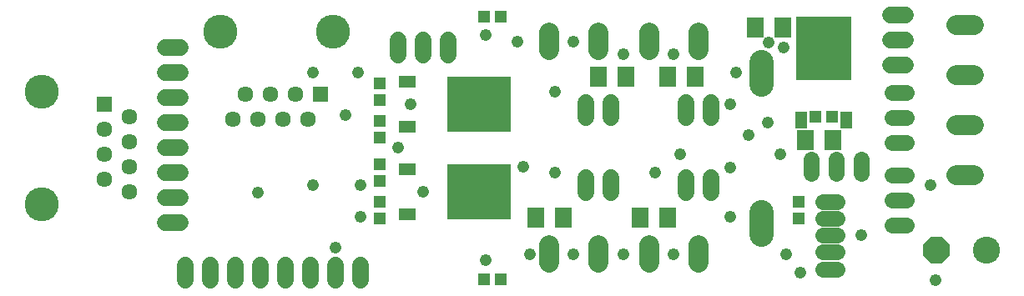
<source format=gbs>
G75*
%MOIN*%
%OFA0B0*%
%FSLAX24Y24*%
%IPPOS*%
%LPD*%
%AMOC8*
5,1,8,0,0,1.08239X$1,22.5*
%
%ADD10C,0.1080*%
%ADD11OC8,0.1080*%
%ADD12R,0.0710X0.0789*%
%ADD13C,0.0965*%
%ADD14C,0.0640*%
%ADD15C,0.0680*%
%ADD16R,0.0513X0.0474*%
%ADD17R,0.0474X0.0513*%
%ADD18R,0.2521X0.2206*%
%ADD19R,0.0710X0.0474*%
%ADD20C,0.0634*%
%ADD21R,0.0634X0.0634*%
%ADD22C,0.1360*%
%ADD23C,0.0785*%
%ADD24C,0.0634*%
%ADD25R,0.2206X0.2521*%
%ADD26R,0.0474X0.0710*%
%ADD27C,0.0476*%
D10*
X040954Y002283D03*
D11*
X038954Y002283D03*
D12*
X028205Y003583D03*
X027103Y003583D03*
X024055Y003583D03*
X022953Y003583D03*
X033703Y006683D03*
X034805Y006683D03*
X029305Y009233D03*
X028203Y009233D03*
X026555Y009233D03*
X025453Y009233D03*
X031703Y011183D03*
X032805Y011183D03*
D13*
X031954Y009826D02*
X031954Y008941D01*
X031954Y003826D02*
X031954Y002941D01*
D14*
X037174Y003283D02*
X037734Y003283D01*
X037734Y004283D02*
X037174Y004283D01*
X037174Y005283D02*
X037734Y005283D01*
X035954Y005353D02*
X035954Y005913D01*
X034954Y005913D02*
X034954Y005353D01*
X033954Y005353D02*
X033954Y005913D01*
X037174Y006583D02*
X037734Y006583D01*
X037734Y007583D02*
X037174Y007583D01*
X037174Y008583D02*
X037734Y008583D01*
D15*
X008954Y001683D02*
X008954Y001083D01*
X009954Y001083D02*
X009954Y001683D01*
X010954Y001683D02*
X010954Y001083D01*
X011954Y001083D02*
X011954Y001683D01*
X012954Y001683D02*
X012954Y001083D01*
X013954Y001083D02*
X013954Y001683D01*
X014954Y001683D02*
X014954Y001083D01*
X015954Y001083D02*
X015954Y001683D01*
X008754Y003383D02*
X008154Y003383D01*
X008154Y004383D02*
X008754Y004383D01*
X008754Y005383D02*
X008154Y005383D01*
X008154Y006383D02*
X008754Y006383D01*
X008754Y007383D02*
X008154Y007383D01*
X008154Y008383D02*
X008754Y008383D01*
X008754Y009383D02*
X008154Y009383D01*
X008154Y010383D02*
X008754Y010383D01*
X017454Y010083D02*
X017454Y010683D01*
X018454Y010683D02*
X018454Y010083D01*
X019454Y010083D02*
X019454Y010683D01*
X024954Y008183D02*
X024954Y007583D01*
X025954Y007583D02*
X025954Y008183D01*
X028954Y008183D02*
X028954Y007583D01*
X029954Y007583D02*
X029954Y008183D01*
X037104Y009683D02*
X037704Y009683D01*
X037704Y010683D02*
X037104Y010683D01*
X037104Y011683D02*
X037704Y011683D01*
X029954Y005183D02*
X029954Y004583D01*
X028954Y004583D02*
X028954Y005183D01*
X025954Y005183D02*
X025954Y004583D01*
X024954Y004583D02*
X024954Y005183D01*
D16*
X016704Y005049D03*
X016704Y005718D03*
X016704Y006799D03*
X016704Y007468D03*
X016704Y008299D03*
X016704Y008968D03*
X016704Y004218D03*
X016704Y003549D03*
X033454Y003549D03*
X033454Y004218D03*
X034119Y007633D03*
X034788Y007633D03*
D17*
X021538Y011633D03*
X020869Y011633D03*
X020869Y001133D03*
X021538Y001133D03*
D18*
X020688Y004633D03*
X020688Y008133D03*
D19*
X017814Y007236D03*
X017814Y005531D03*
X017814Y003736D03*
X017814Y009031D03*
D20*
X013854Y007533D03*
X012854Y007533D03*
X011854Y007533D03*
X010854Y007533D03*
X011354Y008533D03*
X012354Y008533D03*
X013354Y008533D03*
X006704Y007633D03*
X005704Y007133D03*
X006704Y006633D03*
X005704Y006133D03*
X006704Y005633D03*
X005704Y005133D03*
X006704Y004633D03*
D21*
X005704Y008133D03*
X014354Y008533D03*
D22*
X014854Y011033D03*
X010354Y011033D03*
X003204Y008633D03*
X003204Y004133D03*
D23*
X023470Y002486D02*
X023470Y001781D01*
X025438Y001781D02*
X025438Y002486D01*
X027470Y002486D02*
X027470Y001781D01*
X029438Y001781D02*
X029438Y002486D01*
X039751Y005283D02*
X040456Y005283D01*
X040456Y007283D02*
X039751Y007283D01*
X039751Y009283D02*
X040456Y009283D01*
X040456Y011283D02*
X039751Y011283D01*
X029438Y010986D02*
X029438Y010281D01*
X027470Y010281D02*
X027470Y010986D01*
X025438Y010986D02*
X025438Y010281D01*
X023470Y010281D02*
X023470Y010986D01*
D24*
X034427Y004223D02*
X034981Y004223D01*
X034981Y003553D02*
X034427Y003553D01*
X034427Y002883D02*
X034981Y002883D01*
X034981Y002213D02*
X034427Y002213D01*
X034427Y001543D02*
X034981Y001543D01*
D25*
X034454Y010368D03*
D26*
X035351Y007494D03*
X033556Y007494D03*
D27*
X032204Y007383D03*
X031454Y006883D03*
X032704Y006133D03*
X030704Y005583D03*
X028704Y006133D03*
X027704Y005383D03*
X023704Y005383D03*
X022454Y005633D03*
X018454Y004633D03*
X015954Y004883D03*
X014054Y004883D03*
X011854Y004583D03*
X015954Y003633D03*
X014954Y002383D03*
X020954Y001883D03*
X022704Y002133D03*
X024454Y002133D03*
X026454Y002133D03*
X028454Y002133D03*
X030704Y003633D03*
X032954Y002133D03*
X033504Y001383D03*
X035954Y002883D03*
X038904Y001083D03*
X038704Y004883D03*
X030704Y008133D03*
X030954Y009383D03*
X032854Y010383D03*
X032254Y010583D03*
X028454Y010133D03*
X026454Y010133D03*
X024454Y010633D03*
X022204Y010633D03*
X020954Y010883D03*
X015854Y009383D03*
X014054Y009383D03*
X017954Y008133D03*
X015354Y007683D03*
X017454Y006383D03*
X023704Y008633D03*
M02*

</source>
